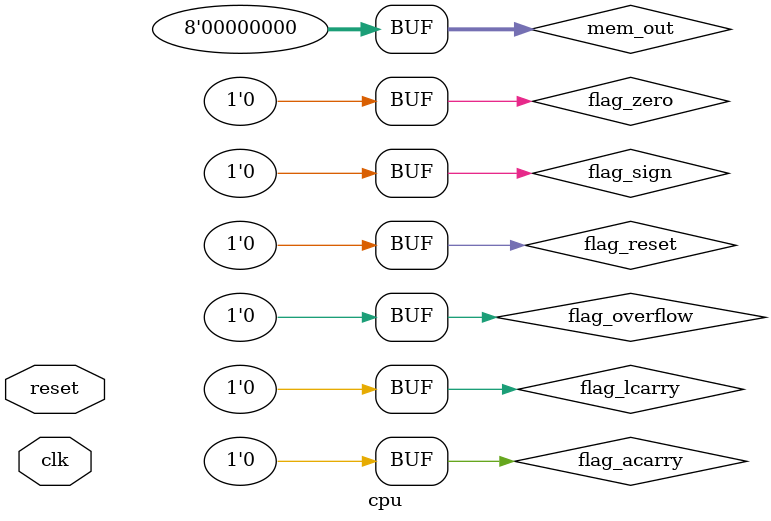
<source format=v>
`include "control/control.v"
`include "core/core.v"
module cpu #(
    parameter WIDTH = 8
) (
    input clk,
    input reset
);
    // stage 0 - individual
    wire pcra0_inc;
    wire pcra1_inc;

    // stage 1 - grouped
    // verilator lint_off UNUSED
    wire [15:0] control_stage1;

    wire [1:0] lhs_select;
    wire [1:0] rhs_select;
    wire [3:0] aluop_select;
    wire [3:0] xferload_select;
    wire [2:0] xferassert_select;
    // verilator lint_on UNUSED

    // stage 1 - individual
    wire a_assert_lhs, b_assert_lhs, c_assert_lhs, d_assert_lhs;
    wire a_assert_rhs, b_assert_rhs, c_assert_rhs, d_assert_rhs;
    wire pcra0_load_xfer, pcra1_load_xfer, sp_load_xfer, si_load_xfer, di_load_xfer, xfer_load_xfer, const_load_mem, pcra0_dec, pcra1_dec, sp_dec, si_dec, di_dec;
    wire pcra0_assert_xfer, pcra1_assert_xfer, sp_assert_xfer, si_assert_xfer, di_assert_xfer, xfer_assert_xfer /*, xfer_assert_mode */;
    // verilator lint_off UNUSED
    wire xfer_assert_mode;
    wire fetch_suppress_out;
    // verilator lint_on UNUSED

    // stage 2 - grouped
    // verilator lint_off UNUSED

    wire [15:0] control_stage2;

    wire [3:0] mainbus_assert_select;
    wire [3:0] mainbus_load_select;
    wire [1:0] spsidi_inc_select;
    wire [2:0] addr_select;
    // verilator lint_on UNUSED

    // stage 2 - individual
    // verilator lint_off UNUSED
    wire a_assert_main, b_assert_main, c_assert_main, d_assert_main, const_assert_main, xfer_assertlow_main, xfer_asserthigh_main, alu_assert_main, dev9_assert_main, dev10_assert_main, dev11_assert_main, dev12_assert_main, dev13_assert_main, dev14_assert_main, mem_assert_main;
    wire a_load_main, b_load_main, c_load_main, d_load_main, const_load_main, xfer_loadlow_main, xfer_loadhigh_main, alu_load_main, dev9_load_main, dev10_load_main, dev11_load_main, dev12_load_main, dev13_load_main, dev14_load_main, mem_load_main, mem_dir;
    wire sp_inc, si_inc, di_inc;
    wire mem_ack, pcra0_assert_addr, pcra1_assert_addr, sp_assert_addr, si_assert_addr, di_assert_addr, xfer_assert_addr;
    wire mem_ack;
    wire bus_request_out;
    wire pcra_flip_out;
    wire break_out;
    // verilator lint_on UNUSED

    control control (
        .clk(clk),

        .bus_in(mem_out),
        .flag_reset(flag_reset),
        .flag_lcarry(flag_lcarry),
        .flag_acarry(flag_acarry),
        .flag_zero(flag_zero),
        .flag_sign(flag_sign),
        .flag_overflow(flag_overflow),

        // control - stage 0
        // individual
        .pcra0_inc(pcra0_inc),
        .pcra1_inc(pcra1_inc),


        // control - stage 1
        // grouped
        .control_stage1(control_stage1),
        .lhs_select(lhs_select),
        .rhs_select(rhs_select),
        .aluop_select(aluop_select),
        .xferload_select(xferload_select),
        .xferassert_select(xferassert_select),

        // individual
        .a_assert_lhs(a_assert_lhs),
        .b_assert_lhs(b_assert_lhs),
        .c_assert_lhs(c_assert_lhs),
        .d_assert_lhs(d_assert_lhs),

        .a_assert_rhs(a_assert_rhs),
        .b_assert_rhs(b_assert_rhs),
        .c_assert_rhs(c_assert_rhs),
        .d_assert_rhs(d_assert_rhs),
        
        .pcra0_load_xfer(pcra0_load_xfer),
        .pcra1_load_xfer(pcra1_load_xfer),
        .sp_load_xfer(sp_load_xfer),
        .si_load_xfer(si_load_xfer),
        .di_load_xfer(di_load_xfer),
        .xfer_load_xfer(xfer_load_xfer),
        
        .const_load_mem(const_load_mem),
        
        .pcra0_dec(pcra0_dec),
        .pcra1_dec(pcra1_dec),
        .sp_dec(sp_dec),
        .si_dec(si_dec),
        .di_dec(di_dec),
        
        .pcra0_assert_xfer(pcra0_assert_xfer),
        .pcra1_assert_xfer(pcra1_assert_xfer),
        .sp_assert_xfer(sp_assert_xfer),
        .si_assert_xfer(si_assert_xfer),
        .di_assert_xfer(di_assert_xfer),
        .xfer_assert_xfer(xfer_assert_xfer),
        .xfer_assert_mode(xfer_assert_mode),
        
        .fetch_suppress_out(fetch_suppress_out),

        // control - stage 2
        // grouped
        .control_stage2(control_stage2),
        .mainbus_assert_select(mainbus_assert_select),
        .mainbus_load_select(mainbus_load_select),
        .spsidi_inc_select(spsidi_inc_select),
        .addr_select(addr_select),

        // individual
        .a_assert_main(a_assert_main),
        .b_assert_main(b_assert_main),
        .c_assert_main(c_assert_main),
        .d_assert_main(d_assert_main),
        .const_assert_main(const_assert_main),
        .xfer_assertlow_main(xfer_assertlow_main),
        .xfer_asserthigh_main(xfer_asserthigh_main),
        .alu_assert_main(alu_assert_main),
        .dev9_assert_main(dev9_assert_main),
        .dev10_assert_main(dev10_assert_main),
        .dev11_assert_main(dev11_assert_main),
        .dev12_assert_main(dev12_assert_main),
        .dev13_assert_main(dev13_assert_main),
        .dev14_assert_main(dev14_assert_main),
        .mem_assert_main(mem_assert_main),

        .a_load_main(a_load_main),
        .b_load_main(b_load_main),
        .c_load_main(c_load_main),
        .d_load_main(d_load_main),
        .const_load_main(const_load_main),
        .xfer_loadlow_main(xfer_loadlow_main),
        .xfer_loadhigh_main(xfer_loadhigh_main),
        .alu_load_main(alu_load_main),
        .dev9_load_main(dev9_load_main),
        .dev10_load_main(dev10_load_main),
        .dev11_load_main(dev11_load_main),
        .dev12_load_main(dev12_load_main),
        .dev13_load_main(dev13_load_main),
        .dev14_load_main(dev14_load_main),
        .mem_load_main(mem_load_main),
        .mem_dir(mem_dir),

        .sp_inc(sp_inc),
        .si_inc(si_inc),
        .di_inc(di_inc),

        .mem_ack(mem_ack),
        .pcra0_assert_addr(pcra0_assert_addr),
        .pcra1_assert_addr(pcra1_assert_addr),
        .sp_assert_addr(sp_assert_addr),
        .si_assert_addr(si_assert_addr),
        .di_assert_addr(di_assert_addr),
        .xfer_assert_addr(xfer_assert_addr),

        .bus_request_out(bus_request_out),
        .pcra_flip_out(pcra_flip_out),
        .break_out(break_out)
    );

    wire flag_reset = 0;
    wire flag_lcarry = 0;
    wire flag_acarry = 0;
    wire flag_zero = 0;
    wire flag_sign = 0;
    wire flag_overflow = 0;
    wire [WIDTH-1:0] mem_out = 0;

    core core(
        .clk(clk),
        .reset(reset),

        // A
        .a_assert_main(a_assert_main), .a_load_main(a_load_main),
        .a_assert_lhs(a_assert_lhs),
        .a_assert_rhs(a_assert_rhs),
        // B
        .b_assert_main(b_assert_main), .b_load_main(b_load_main),
        .b_assert_lhs(b_assert_lhs),
        .b_assert_rhs(b_assert_rhs),
        // C
        .c_assert_main(c_assert_main), .c_load_main(c_load_main),
        .c_assert_lhs(c_assert_lhs),
        .c_assert_rhs(c_assert_rhs),
        // D
        .d_assert_main(d_assert_main), .d_load_main(d_load_main),
        .d_assert_lhs(d_assert_lhs),
        .d_assert_rhs(d_assert_rhs),
        // CONST
        .const_load_mem(const_load_mem),
        .const_assert_main(const_assert_main),

        // XFER
        .xfer_assert_addr(xfer_assert_addr),
        .xfer_load_xfer(xfer_load_xfer),
        .xfer_assert_xfer(xfer_assert_xfer),
        .xfer_loadlow_main(xfer_loadlow_main),
        .xfer_loadhigh_main(xfer_loadhigh_main),
        .xfer_assertlow_main(xfer_assertlow_main),
        .xfer_asserthigh_main(xfer_asserthigh_main),
        // PCRA0
        .pcra0_assert_addr(pcra0_assert_addr),
        .pcra0_assert_xfer(pcra0_assert_xfer),
        .pcra0_load_xfer(pcra0_load_xfer),
        .pcra0_inc(pcra0_inc),
        .pcra0_dec(pcra0_dec),
        // PCRA1
        .pcra1_assert_addr(pcra1_assert_addr),
        .pcra1_assert_xfer(pcra1_assert_xfer),
        .pcra1_load_xfer(pcra1_load_xfer),
        .pcra1_inc(pcra1_inc),
        .pcra1_dec(pcra1_dec),
        // SP
        .sp_assert_addr(sp_assert_addr),
        .sp_assert_xfer(sp_assert_xfer),
        .sp_load_xfer(sp_load_xfer),
        .sp_inc(sp_inc),
        .sp_dec(sp_dec),
        // SI
        .si_assert_addr(si_assert_addr),
        .si_assert_xfer(si_assert_xfer),
        .si_load_xfer(si_load_xfer),
        .si_inc(si_inc),
        .si_dec(si_dec),
        // DI
        .di_assert_addr(di_assert_addr),
        .di_assert_xfer(di_assert_xfer),
        .di_load_xfer(di_load_xfer),
        .di_inc(di_inc),
        .di_dec(di_dec),

        // ALU
        .alu_assert_main(alu_assert_main),
        .alu_operation(aluop_select),

        // MEM
		.mem_dir(mem_dir), // low = main->mem ; high = mem->main
		.mem_assert_main(mem_assert_main),
		.mem_load_main(mem_load_main),

		// mem bus
		.mem_out(mem_out)

    );
endmodule

</source>
